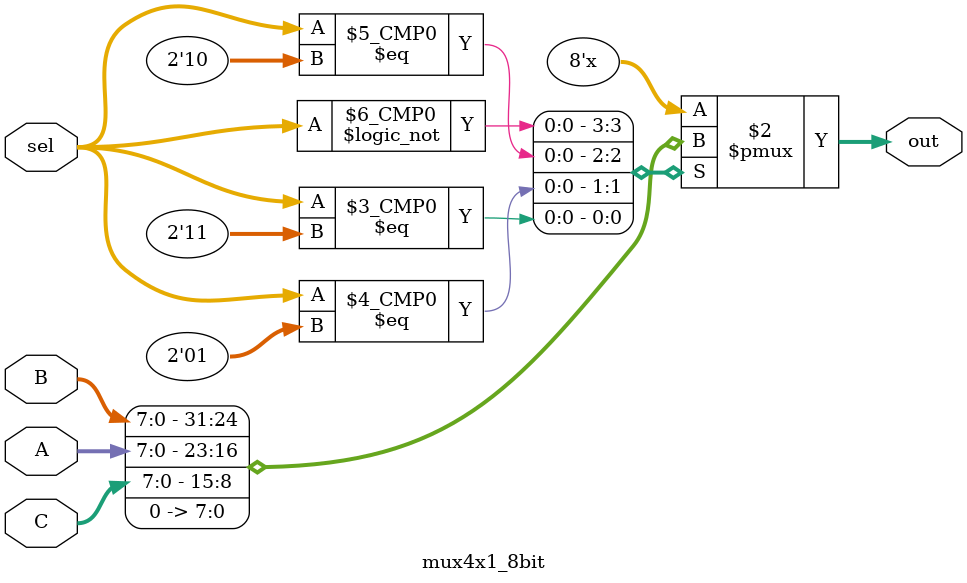
<source format=v>
`timescale 1ns / 1ps

module mux4x1_8bit(A, B, C, sel, out);

input [7:0]A,B,C;
input [1:0] sel;
output reg [7:0]out;

always@(*)
begin
case(sel)
2'b00:out<=B;
2'b10:out<=A;
2'b01:out<=C;
2'b11:out<=0;
default:out<=0;

endcase
end
 
endmodule

</source>
